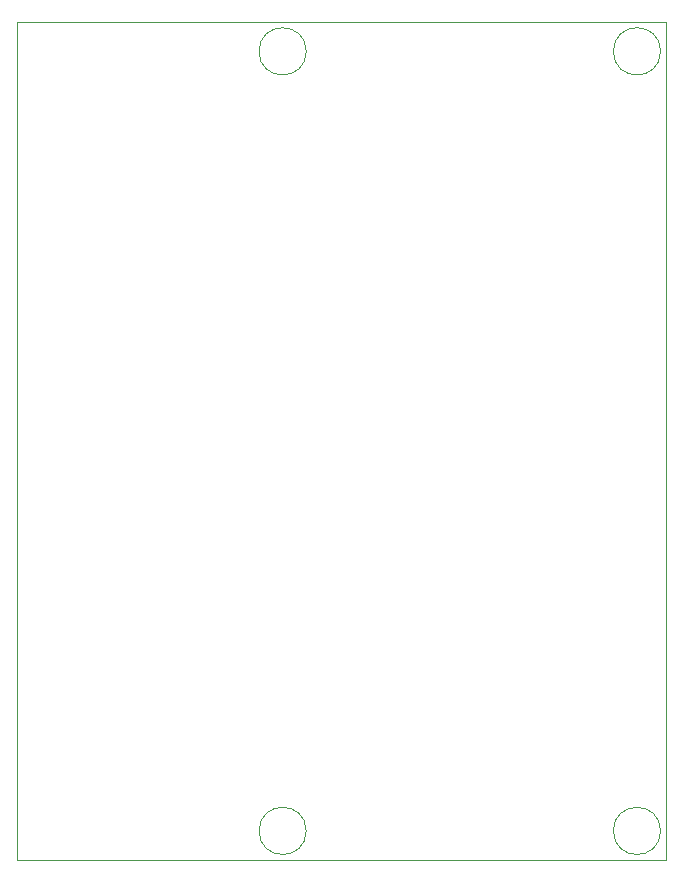
<source format=gm1>
%TF.GenerationSoftware,KiCad,Pcbnew,(6.0.4)*%
%TF.CreationDate,2023-07-23T18:33:21+02:00*%
%TF.ProjectId,OT_windows_remapper,4f545f77-696e-4646-9f77-735f72656d61,rev?*%
%TF.SameCoordinates,Original*%
%TF.FileFunction,Profile,NP*%
%FSLAX46Y46*%
G04 Gerber Fmt 4.6, Leading zero omitted, Abs format (unit mm)*
G04 Created by KiCad (PCBNEW (6.0.4)) date 2023-07-23 18:33:21*
%MOMM*%
%LPD*%
G01*
G04 APERTURE LIST*
%TA.AperFunction,Profile*%
%ADD10C,0.100000*%
%TD*%
G04 APERTURE END LIST*
D10*
X154500000Y-97500000D02*
G75*
G03*
X154500000Y-97500000I-2000000J0D01*
G01*
X154500000Y-31500000D02*
G75*
G03*
X154500000Y-31500000I-2000000J0D01*
G01*
X124500000Y-97500000D02*
G75*
G03*
X124500000Y-97500000I-2000000J0D01*
G01*
X124500000Y-31500000D02*
G75*
G03*
X124500000Y-31500000I-2000000J0D01*
G01*
X100000000Y-100000000D02*
X155000000Y-100000000D01*
X155000000Y-100000000D02*
X155000000Y-29000000D01*
X155000000Y-29000000D02*
X100000000Y-29000000D01*
X100000000Y-29000000D02*
X100000000Y-100000000D01*
M02*

</source>
